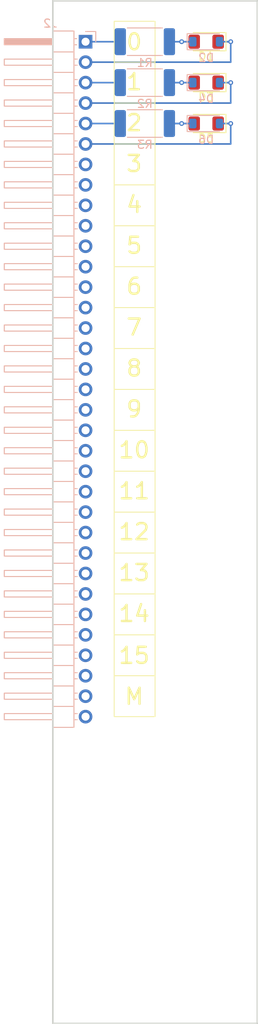
<source format=kicad_pcb>
(kicad_pcb (version 20240108) (generator "pcbnew") (generator_version "8.0")
  (layers (0 "F.Cu" signal) (31 "B.Cu" signal) (34 "B.Paste" user) (35 "F.Paste" user) (36 "B.SilkS" user "B.Silkscreen") (37 "F.SilkS" user "F.Silkscreen") (38 "B.Mask" user) (39 "F.Mask" user) (44 "Edge.Cuts" user))
  (net 0 "")
  (net 1 "Net-(D1-K)")
  (net 2 "Net-(D1-A)")
  (net 4 "Net-(D3-A)")
  (net 11 "Net-(D3-K)")
  (net 21 "Net-(D5-A)")
  (net 29 "Net-(D5-K)")
  (net 34 "Net-(J2-Pin_1)")
  (net 36 "Net-(J2-Pin_5)")
  (net 37 "Net-(J2-Pin_3)")
  (footprint "LED_SMD:LED_1206_3216Metric_Pad1.42x1.75mm_HandSolder" (layer "F.Cu") (at 95.25 55.88 180)
    (property "Reference" "D1" (at 0 -1.82 180) (layer "F.SilkS"))
    (property "Value" "KP-3216MGC")
    (fp_line (start 1.6 -1.135) (end -2.46 -1.135) (stroke (width 0.12)) (layer "F.SilkS"))
    (fp_line (start -2.46 1.135) (end 1.6 1.135) (stroke (width 0.12)) (layer "F.SilkS"))
    (fp_line (start -2.46 -1.135) (end -2.46 1.135) (stroke (width 0.12)) (layer "F.SilkS"))
    (pad "1" smd roundrect (at -1.4875 0 180) (size 1.425 1.75) (layers "F.Cu" "F.Paste" "F.Mask") (roundrect_rratio 0.175439) (net 1 "Net-(D1-K)"))
    (pad "2" smd roundrect (at 1.4875 0 180) (size 1.425 1.75) (layers "F.Cu" "F.Paste" "F.Mask") (roundrect_rratio 0.175439) (net 2 "Net-(D1-A)"))
  )
  (footprint "LED_SMD:LED_1206_3216Metric_Pad1.42x1.75mm_HandSolder" (layer "F.Cu") (at 95.25 60.96 180)
    (property "Reference" "D3" (at 0 -1.82 180) (layer "F.SilkS"))
    (property "Value" "KP-3216MGC")
    (fp_line (start 1.6 -1.135) (end -2.46 -1.135) (stroke (width 0.12)) (layer "F.SilkS"))
    (fp_line (start -2.46 1.135) (end 1.6 1.135) (stroke (width 0.12)) (layer "F.SilkS"))
    (fp_line (start -2.46 -1.135) (end -2.46 1.135) (stroke (width 0.12)) (layer "F.SilkS"))
    (pad "1" smd roundrect (at -1.4875 0 180) (size 1.425 1.75) (layers "F.Cu" "F.Paste" "F.Mask") (roundrect_rratio 0.175439) (net 11 "Net-(D3-K)"))
    (pad "2" smd roundrect (at 1.4875 0 180) (size 1.425 1.75) (layers "F.Cu" "F.Paste" "F.Mask") (roundrect_rratio 0.175439) (net 4 "Net-(D3-A)"))
  )
  (footprint "LED_SMD:LED_1206_3216Metric_Pad1.42x1.75mm_HandSolder" (layer "F.Cu") (at 95.25 66.04 180)
    (property "Reference" "D5" (at 0 -1.82 180) (layer "F.SilkS"))
    (property "Value" "KP-3216MGC")
    (fp_line (start 1.6 -1.135) (end -2.46 -1.135) (stroke (width 0.12)) (layer "F.SilkS"))
    (fp_line (start -2.46 1.135) (end 1.6 1.135) (stroke (width 0.12)) (layer "F.SilkS"))
    (fp_line (start -2.46 -1.135) (end -2.46 1.135) (stroke (width 0.12)) (layer "F.SilkS"))
    (pad "1" smd roundrect (at -1.4875 0 180) (size 1.425 1.75) (layers "F.Cu" "F.Paste" "F.Mask") (roundrect_rratio 0.175439) (net 29 "Net-(D5-K)"))
    (pad "2" smd roundrect (at 1.4875 0 180) (size 1.425 1.75) (layers "F.Cu" "F.Paste" "F.Mask") (roundrect_rratio 0.175439) (net 21 "Net-(D5-A)"))
  )
  (footprint "Diode_SMD:D_SOD-123" (layer "B.Cu") (at 95.25 55.88)
    (property "Reference" "D2" (at 0 2 360) (layer "B.SilkS") (effects (justify mirror)))
    (property "Value" "1N4148W")
    (fp_line (start -2.36 -1) (end -2.36 1) (stroke (width 0.12)) (layer "B.SilkS"))
    (fp_line (start 1.65 -1) (end -2.36 -1) (stroke (width 0.12)) (layer "B.SilkS"))
    (fp_line (start 1.65 1) (end -2.36 1) (stroke (width 0.12)) (layer "B.SilkS"))
    (pad "1" smd roundrect (at -1.65 0) (size 0.9 1.2) (layers "B.Cu" "B.Paste" "B.Mask") (net 2 "Net-(D1-A)"))
    (pad "2" smd roundrect (at 1.65 0) (size 0.9 1.2) (layers "B.Cu" "B.Paste" "B.Mask") (net 1 "Net-(D1-K)"))
  )
  (footprint "Connector_PinHeader_2.54mm:PinHeader_1x34_P2.54mm_Horizontal" (layer "B.Cu") (at 80.264 55.88 180)
    (property "Reference" "J2" (at 4.385 2.27 180) (layer "B.SilkS") (effects (justify mirror)))
    (property "Value" "Conn_01x34_Pin")
    (fp_line (start 10.1 0.38) (end 4.1 0.38) (stroke (width 0.12)) (layer "B.SilkS"))
    (fp_line (start 10.1 0.32) (end 4.1 0.32) (stroke (width 0.12)) (layer "B.SilkS"))
    (fp_line (start 10.1 0.2) (end 4.1 0.2) (stroke (width 0.12)) (layer "B.SilkS"))
    (fp_line (start 10.1 0.08) (end 4.1 0.08) (stroke (width 0.12)) (layer "B.SilkS"))
    (fp_line (start 10.1 -0.04) (end 4.1 -0.04) (stroke (width 0.12)) (layer "B.SilkS"))
    (fp_line (start 10.1 -0.16) (end 4.1 -0.16) (stroke (width 0.12)) (layer "B.SilkS"))
    (fp_line (start 10.1 -0.28) (end 4.1 -0.28) (stroke (width 0.12)) (layer "B.SilkS"))
    (fp_line (start 10.1 -0.38) (end 10.1 0.38) (stroke (width 0.12)) (layer "B.SilkS"))
    (fp_line (start 10.1 -2.16) (end 4.1 -2.16) (stroke (width 0.12)) (layer "B.SilkS"))
    (fp_line (start 10.1 -2.92) (end 10.1 -2.16) (stroke (width 0.12)) (layer "B.SilkS"))
    (fp_line (start 10.1 -4.7) (end 4.1 -4.7) (stroke (width 0.12)) (layer "B.SilkS"))
    (fp_line (start 10.1 -5.46) (end 10.1 -4.7) (stroke (width 0.12)) (layer "B.SilkS"))
    (fp_line (start 10.1 -7.24) (end 4.1 -7.24) (stroke (width 0.12)) (layer "B.SilkS"))
    (fp_line (start 10.1 -8) (end 10.1 -7.24) (stroke (width 0.12)) (layer "B.SilkS"))
    (fp_line (start 10.1 -9.78) (end 4.1 -9.78) (stroke (width 0.12)) (layer "B.SilkS"))
    (fp_line (start 10.1 -10.54) (end 10.1 -9.78) (stroke (width 0.12)) (layer "B.SilkS"))
    (fp_line (start 10.1 -12.32) (end 4.1 -12.32) (stroke (width 0.12)) (layer "B.SilkS"))
    (fp_line (start 10.1 -13.08) (end 10.1 -12.32) (stroke (width 0.12)) (layer "B.SilkS"))
    (fp_line (start 10.1 -14.86) (end 4.1 -14.86) (stroke (width 0.12)) (layer "B.SilkS"))
    (fp_line (start 10.1 -15.62) (end 10.1 -14.86) (stroke (width 0.12)) (layer "B.SilkS"))
    (fp_line (start 10.1 -17.4) (end 4.1 -17.4) (stroke (width 0.12)) (layer "B.SilkS"))
    (fp_line (start 10.1 -18.16) (end 10.1 -17.4) (stroke (width 0.12)) (layer "B.SilkS"))
    (fp_line (start 10.1 -19.94) (end 4.1 -19.94) (stroke (width 0.12)) (layer "B.SilkS"))
    (fp_line (start 10.1 -20.7) (end 10.1 -19.94) (stroke (width 0.12)) (layer "B.SilkS"))
    (fp_line (start 10.1 -22.48) (end 4.1 -22.48) (stroke (width 0.12)) (layer "B.SilkS"))
    (fp_line (start 10.1 -23.24) (end 10.1 -22.48) (stroke (width 0.12)) (layer "B.SilkS"))
    (fp_line (start 10.1 -25.02) (end 4.1 -25.02) (stroke (width 0.12)) (layer "B.SilkS"))
    (fp_line (start 10.1 -25.78) (end 10.1 -25.02) (stroke (width 0.12)) (layer "B.SilkS"))
    (fp_line (start 10.1 -27.56) (end 4.1 -27.56) (stroke (width 0.12)) (layer "B.SilkS"))
    (fp_line (start 10.1 -28.32) (end 10.1 -27.56) (stroke (width 0.12)) (layer "B.SilkS"))
    (fp_line (start 10.1 -30.1) (end 4.1 -30.1) (stroke (width 0.12)) (layer "B.SilkS"))
    (fp_line (start 10.1 -30.86) (end 10.1 -30.1) (stroke (width 0.12)) (layer "B.SilkS"))
    (fp_line (start 10.1 -32.64) (end 4.1 -32.64) (stroke (width 0.12)) (layer "B.SilkS"))
    (fp_line (start 10.1 -33.4) (end 10.1 -32.64) (stroke (width 0.12)) (layer "B.SilkS"))
    (fp_line (start 10.1 -35.18) (end 4.1 -35.18) (stroke (width 0.12)) (layer "B.SilkS"))
    (fp_line (start 10.1 -35.94) (end 10.1 -35.18) (stroke (width 0.12)) (layer "B.SilkS"))
    (fp_line (start 10.1 -37.72) (end 4.1 -37.72) (stroke (width 0.12)) (layer "B.SilkS"))
    (fp_line (start 10.1 -38.48) (end 10.1 -37.72) (stroke (width 0.12)) (layer "B.SilkS"))
    (fp_line (start 10.1 -40.26) (end 4.1 -40.26) (stroke (width 0.12)) (layer "B.SilkS"))
    (fp_line (start 10.1 -41.02) (end 10.1 -40.26) (stroke (width 0.12)) (layer "B.SilkS"))
    (fp_line (start 10.1 -42.8) (end 4.1 -42.8) (stroke (width 0.12)) (layer "B.SilkS"))
    (fp_line (start 10.1 -43.56) (end 10.1 -42.8) (stroke (width 0.12)) (layer "B.SilkS"))
    (fp_line (start 10.1 -45.34) (end 4.1 -45.34) (stroke (width 0.12)) (layer "B.SilkS"))
    (fp_line (start 10.1 -46.1) (end 10.1 -45.34) (stroke (width 0.12)) (layer "B.SilkS"))
    (fp_line (start 10.1 -47.88) (end 4.1 -47.88) (stroke (width 0.12)) (layer "B.SilkS"))
    (fp_line (start 10.1 -48.64) (end 10.1 -47.88) (stroke (width 0.12)) (layer "B.SilkS"))
    (fp_line (start 10.1 -50.42) (end 4.1 -50.42) (stroke (width 0.12)) (layer "B.SilkS"))
    (fp_line (start 10.1 -51.18) (end 10.1 -50.42) (stroke (width 0.12)) (layer "B.SilkS"))
    (fp_line (start 10.1 -52.96) (end 4.1 -52.96) (stroke (width 0.12)) (layer "B.SilkS"))
    (fp_line (start 10.1 -53.72) (end 10.1 -52.96) (stroke (width 0.12)) (layer "B.SilkS"))
    (fp_line (start 10.1 -55.5) (end 4.1 -55.5) (stroke (width 0.12)) (layer "B.SilkS"))
    (fp_line (start 10.1 -56.26) (end 10.1 -55.5) (stroke (width 0.12)) (layer "B.SilkS"))
    (fp_line (start 10.1 -58.04) (end 4.1 -58.04) (stroke (width 0.12)) (layer "B.SilkS"))
    (fp_line (start 10.1 -58.8) (end 10.1 -58.04) (stroke (width 0.12)) (layer "B.SilkS"))
    (fp_line (start 10.1 -60.58) (end 4.1 -60.58) (stroke (width 0.12)) (layer "B.SilkS"))
    (fp_line (start 10.1 -61.34) (end 10.1 -60.58) (stroke (width 0.12)) (layer "B.SilkS"))
    (fp_line (start 10.1 -63.12) (end 4.1 -63.12) (stroke (width 0.12)) (layer "B.SilkS"))
    (fp_line (start 10.1 -63.88) (end 10.1 -63.12) (stroke (width 0.12)) (layer "B.SilkS"))
    (fp_line (start 10.1 -65.66) (end 4.1 -65.66) (stroke (width 0.12)) (layer "B.SilkS"))
    (fp_line (start 10.1 -66.42) (end 10.1 -65.66) (stroke (width 0.12)) (layer "B.SilkS"))
    (fp_line (start 10.1 -68.2) (end 4.1 -68.2) (stroke (width 0.12)) (layer "B.SilkS"))
    (fp_line (start 10.1 -68.96) (end 10.1 -68.2) (stroke (width 0.12)) (layer "B.SilkS"))
    (fp_line (start 10.1 -70.74) (end 4.1 -70.74) (stroke (width 0.12)) (layer "B.SilkS"))
    (fp_line (start 10.1 -71.5) (end 10.1 -70.74) (stroke (width 0.12)) (layer "B.SilkS"))
    (fp_line (start 10.1 -73.28) (end 4.1 -73.28) (stroke (width 0.12)) (layer "B.SilkS"))
    (fp_line (start 10.1 -74.04) (end 10.1 -73.28) (stroke (width 0.12)) (layer "B.SilkS"))
    (fp_line (start 10.1 -75.82) (end 4.1 -75.82) (stroke (width 0.12)) (layer "B.SilkS"))
    (fp_line (start 10.1 -76.58) (end 10.1 -75.82) (stroke (width 0.12)) (layer "B.SilkS"))
    (fp_line (start 10.1 -78.36) (end 4.1 -78.36) (stroke (width 0.12)) (layer "B.SilkS"))
    (fp_line (start 10.1 -79.12) (end 10.1 -78.36) (stroke (width 0.12)) (layer "B.SilkS"))
    (fp_line (start 10.1 -80.9) (end 4.1 -80.9) (stroke (width 0.12)) (layer "B.SilkS"))
    (fp_line (start 10.1 -81.66) (end 10.1 -80.9) (stroke (width 0.12)) (layer "B.SilkS"))
    (fp_line (start 10.1 -83.44) (end 4.1 -83.44) (stroke (width 0.12)) (layer "B.SilkS"))
    (fp_line (start 10.1 -84.2) (end 10.1 -83.44) (stroke (width 0.12)) (layer "B.SilkS"))
    (fp_line (start 4.1 1.33) (end 4.1 -85.15) (stroke (width 0.12)) (layer "B.SilkS"))
    (fp_line (start 4.1 -0.38) (end 10.1 -0.38) (stroke (width 0.12)) (layer "B.SilkS"))
    (fp_line (start 4.1 -1.27) (end 1.44 -1.27) (stroke (width 0.12)) (layer "B.SilkS"))
    (fp_line (start 4.1 -2.92) (end 10.1 -2.92) (stroke (width 0.12)) (layer "B.SilkS"))
    (fp_line (start 4.1 -3.81) (end 1.44 -3.81) (stroke (width 0.12)) (layer "B.SilkS"))
    (fp_line (start 4.1 -5.46) (end 10.1 -5.46) (stroke (width 0.12)) (layer "B.SilkS"))
    (fp_line (start 4.1 -6.35) (end 1.44 -6.35) (stroke (width 0.12)) (layer "B.SilkS"))
    (fp_line (start 4.1 -8) (end 10.1 -8) (stroke (width 0.12)) (layer "B.SilkS"))
    (fp_line (start 4.1 -8.89) (end 1.44 -8.89) (stroke (width 0.12)) (layer "B.SilkS"))
    (fp_line (start 4.1 -10.54) (end 10.1 -10.54) (stroke (width 0.12)) (layer "B.SilkS"))
    (fp_line (start 4.1 -11.43) (end 1.44 -11.43) (stroke (width 0.12)) (layer "B.SilkS"))
    (fp_line (start 4.1 -13.08) (end 10.1 -13.08) (stroke (width 0.12)) (layer "B.SilkS"))
    (fp_line (start 4.1 -13.97) (end 1.44 -13.97) (stroke (width 0.12)) (layer "B.SilkS"))
    (fp_line (start 4.1 -15.62) (end 10.1 -15.62) (stroke (width 0.12)) (layer "B.SilkS"))
    (fp_line (start 4.1 -16.51) (end 1.44 -16.51) (stroke (width 0.12)) (layer "B.SilkS"))
    (fp_line (start 4.1 -18.16) (end 10.1 -18.16) (stroke (width 0.12)) (layer "B.SilkS"))
    (fp_line (start 4.1 -19.05) (end 1.44 -19.05) (stroke (width 0.12)) (layer "B.SilkS"))
    (fp_line (start 4.1 -20.7) (end 10.1 -20.7) (stroke (width 0.12)) (layer "B.SilkS"))
    (fp_line (start 4.1 -21.59) (end 1.44 -21.59) (stroke (width 0.12)) (layer "B.SilkS"))
    (fp_line (start 4.1 -23.24) (end 10.1 -23.24) (stroke (width 0.12)) (layer "B.SilkS"))
    (fp_line (start 4.1 -24.13) (end 1.44 -24.13) (stroke (width 0.12)) (layer "B.SilkS"))
    (fp_line (start 4.1 -25.78) (end 10.1 -25.78) (stroke (width 0.12)) (layer "B.SilkS"))
    (fp_line (start 4.1 -26.67) (end 1.44 -26.67) (stroke (width 0.12)) (layer "B.SilkS"))
    (fp_line (start 4.1 -28.32) (end 10.1 -28.32) (stroke (width 0.12)) (layer "B.SilkS"))
    (fp_line (start 4.1 -29.21) (end 1.44 -29.21) (stroke (width 0.12)) (layer "B.SilkS"))
    (fp_line (start 4.1 -30.86) (end 10.1 -30.86) (stroke (width 0.12)) (layer "B.SilkS"))
    (fp_line (start 4.1 -31.75) (end 1.44 -31.75) (stroke (width 0.12)) (layer "B.SilkS"))
    (fp_line (start 4.1 -33.4) (end 10.1 -33.4) (stroke (width 0.12)) (layer "B.SilkS"))
    (fp_line (start 4.1 -34.29) (end 1.44 -34.29) (stroke (width 0.12)) (layer "B.SilkS"))
    (fp_line (start 4.1 -35.94) (end 10.1 -35.94) (stroke (width 0.12)) (layer "B.SilkS"))
    (fp_line (start 4.1 -36.83) (end 1.44 -36.83) (stroke (width 0.12)) (layer "B.SilkS"))
    (fp_line (start 4.1 -38.48) (end 10.1 -38.48) (stroke (width 0.12)) (layer "B.SilkS"))
    (fp_line (start 4.1 -39.37) (end 1.44 -39.37) (stroke (width 0.12)) (layer "B.SilkS"))
    (fp_line (start 4.1 -41.02) (end 10.1 -41.02) (stroke (width 0.12)) (layer "B.SilkS"))
    (fp_line (start 4.1 -41.91) (end 1.44 -41.91) (stroke (width 0.12)) (layer "B.SilkS"))
    (fp_line (start 4.1 -43.56) (end 10.1 -43.56) (stroke (width 0.12)) (layer "B.SilkS"))
    (fp_line (start 4.1 -44.45) (end 1.44 -44.45) (stroke (width 0.12)) (layer "B.SilkS"))
    (fp_line (start 4.1 -46.1) (end 10.1 -46.1) (stroke (width 0.12)) (layer "B.SilkS"))
    (fp_line (start 4.1 -46.99) (end 1.44 -46.99) (stroke (width 0.12)) (layer "B.SilkS"))
    (fp_line (start 4.1 -48.64) (end 10.1 -48.64) (stroke (width 0.12)) (layer "B.SilkS"))
    (fp_line (start 4.1 -49.53) (end 1.44 -49.53) (stroke (width 0.12)) (layer "B.SilkS"))
    (fp_line (start 4.1 -51.18) (end 10.1 -51.18) (stroke (width 0.12)) (layer "B.SilkS"))
    (fp_line (start 4.1 -52.07) (end 1.44 -52.07) (stroke (width 0.12)) (layer "B.SilkS"))
    (fp_line (start 4.1 -53.72) (end 10.1 -53.72) (stroke (width 0.12)) (layer "B.SilkS"))
    (fp_line (start 4.1 -54.61) (end 1.44 -54.61) (stroke (width 0.12)) (layer "B.SilkS"))
    (fp_line (start 4.1 -56.26) (end 10.1 -56.26) (stroke (width 0.12)) (layer "B.SilkS"))
    (fp_line (start 4.1 -57.15) (end 1.44 -57.15) (stroke (width 0.12)) (layer "B.SilkS"))
    (fp_line (start 4.1 -58.8) (end 10.1 -58.8) (stroke (width 0.12)) (layer "B.SilkS"))
    (fp_line (start 4.1 -59.69) (end 1.44 -59.69) (stroke (width 0.12)) (layer "B.SilkS"))
    (fp_line (start 4.1 -61.34) (end 10.1 -61.34) (stroke (width 0.12)) (layer "B.SilkS"))
    (fp_line (start 4.1 -62.23) (end 1.44 -62.23) (stroke (width 0.12)) (layer "B.SilkS"))
    (fp_line (start 4.1 -63.88) (end 10.1 -63.88) (stroke (width 0.12)) (layer "B.SilkS"))
    (fp_line (start 4.1 -64.77) (end 1.44 -64.77) (stroke (width 0.12)) (layer "B.SilkS"))
    (fp_line (start 4.1 -66.42) (end 10.1 -66.42) (stroke (width 0.12)) (layer "B.SilkS"))
    (fp_line (start 4.1 -67.31) (end 1.44 -67.31) (stroke (width 0.12)) (layer "B.SilkS"))
    (fp_line (start 4.1 -68.96) (end 10.1 -68.96) (stroke (width 0.12)) (layer "B.SilkS"))
    (fp_line (start 4.1 -69.85) (end 1.44 -69.85) (stroke (width 0.12)) (layer "B.SilkS"))
    (fp_line (start 4.1 -71.5) (end 10.1 -71.5) (stroke (width 0.12)) (layer "B.SilkS"))
    (fp_line (start 4.1 -72.39) (end 1.44 -72.39) (stroke (width 0.12)) (layer "B.SilkS"))
    (fp_line (start 4.1 -74.04) (end 10.1 -74.04) (stroke (width 0.12)) (layer "B.SilkS"))
    (fp_line (start 4.1 -74.93) (end 1.44 -74.93) (stroke (width 0.12)) (layer "B.SilkS"))
    (fp_line (start 4.1 -76.58) (end 10.1 -76.58) (stroke (width 0.12)) (layer "B.SilkS"))
    (fp_line (start 4.1 -77.47) (end 1.44 -77.47) (stroke (width 0.12)) (layer "B.SilkS"))
    (fp_line (start 4.1 -79.12) (end 10.1 -79.12) (stroke (width 0.12)) (layer "B.SilkS"))
    (fp_line (start 4.1 -80.01) (end 1.44 -80.01) (stroke (width 0.12)) (layer "B.SilkS"))
    (fp_line (start 4.1 -81.66) (end 10.1 -81.66) (stroke (width 0.12)) (layer "B.SilkS"))
    (fp_line (start 4.1 -82.55) (end 1.44 -82.55) (stroke (width 0.12)) (layer "B.SilkS"))
    (fp_line (start 4.1 -84.2) (end 10.1 -84.2) (stroke (width 0.12)) (layer "B.SilkS"))
    (fp_line (start 4.1 -85.15) (end 1.44 -85.15) (stroke (width 0.12)) (layer "B.SilkS"))
    (fp_line (start 1.44 1.33) (end 4.1 1.33) (stroke (width 0.12)) (layer "B.SilkS"))
    (fp_line (start 1.44 0.38) (end 1.11 0.38) (stroke (width 0.12)) (layer "B.SilkS"))
    (fp_line (start 1.44 -0.38) (end 1.11 -0.38) (stroke (width 0.12)) (layer "B.SilkS"))
    (fp_line (start 1.44 -2.16) (end 1.042929 -2.16) (stroke (width 0.12)) (layer "B.SilkS"))
    (fp_line (start 1.44 -2.92) (end 1.042929 -2.92) (stroke (width 0.12)) (layer "B.SilkS"))
    (fp_line (start 1.44 -4.7) (end 1.042929 -4.7) (stroke (width 0.12)) (layer "B.SilkS"))
    (fp_line (start 1.44 -5.46) (end 1.042929 -5.46) (stroke (width 0.12)) (layer "B.SilkS"))
    (fp_line (start 1.44 -7.24) (end 1.042929 -7.24) (stroke (width 0.12)) (layer "B.SilkS"))
    (fp_line (start 1.44 -8) (end 1.042929 -8) (stroke (width 0.12)) (layer "B.SilkS"))
    (fp_line (start 1.44 -9.78) (end 1.042929 -9.78) (stroke (width 0.12)) (layer "B.SilkS"))
    (fp_line (start 1.44 -10.54) (end 1.042929 -10.54) (stroke (width 0.12)) (layer "B.SilkS"))
    (fp_line (start 1.44 -12.32) (end 1.042929 -12.32) (stroke (width 0.12)) (layer "B.SilkS"))
    (fp_line (start 1.44 -13.08) (end 1.042929 -13.08) (stroke (width 0.12)) (layer "B.SilkS"))
    (fp_line (start 1.44 -14.86) (end 1.042929 -14.86) (stroke (width 0.12)) (layer "B.SilkS"))
    (fp_line (start 1.44 -15.62) (end 1.042929 -15.62) (stroke (width 0.12)) (layer "B.SilkS"))
    (fp_line (start 1.44 -17.4) (end 1.042929 -17.4) (stroke (width 0.12)) (layer "B.SilkS"))
    (fp_line (start 1.44 -18.16) (end 1.042929 -18.16) (stroke (width 0.12)) (layer "B.SilkS"))
    (fp_line (start 1.44 -19.94) (end 1.042929 -19.94) (stroke (width 0.12)) (layer "B.SilkS"))
    (fp_line (start 1.44 -20.7) (end 1.042929 -20.7) (stroke (width 0.12)) (layer "B.SilkS"))
    (fp_line (start 1.44 -22.48) (end 1.042929 -22.48) (stroke (width 0.12)) (layer "B.SilkS"))
    (fp_line (start 1.44 -23.24) (end 1.042929 -23.24) (stroke (width 0.12)) (layer "B.SilkS"))
    (fp_line (start 1.44 -25.02) (end 1.042929 -25.02) (stroke (width 0.12)) (layer "B.SilkS"))
    (fp_line (start 1.44 -25.78) (end 1.042929 -25.78) (stroke (width 0.12)) (layer "B.SilkS"))
    (fp_line (start 1.44 -27.56) (end 1.042929 -27.56) (stroke (width 0.12)) (layer "B.SilkS"))
    (fp_line (start 1.44 -28.32) (end 1.042929 -28.32) (stroke (width 0.12)) (layer "B.SilkS"))
    (fp_line (start 1.44 -30.1) (end 1.042929 -30.1) (stroke (width 0.12)) (layer "B.SilkS"))
    (fp_line (start 1.44 -30.86) (end 1.042929 -30.86) (stroke (width 0.12)) (layer "B.SilkS"))
    (fp_line (start 1.44 -32.64) (end 1.042929 -32.64) (stroke (width 0.12)) (layer "B.SilkS"))
    (fp_line (start 1.44 -33.4) (end 1.042929 -33.4) (stroke (width 0.12)) (layer "B.SilkS"))
    (fp_line (start 1.44 -35.18) (end 1.042929 -35.18) (stroke (width 0.12)) (layer "B.SilkS"))
    (fp_line (start 1.44 -35.94) (end 1.042929 -35.94) (stroke (width 0.12)) (layer "B.SilkS"))
    (fp_line (start 1.44 -37.72) (end 1.042929 -37.72) (stroke (width 0.12)) (layer "B.SilkS"))
    (fp_line (start 1.44 -38.48) (end 1.042929 -38.48) (stroke (width 0.12)) (layer "B.SilkS"))
    (fp_line (start 1.44 -40.26) (end 1.042929 -40.26) (stroke (width 0.12)) (layer "B.SilkS"))
    (fp_line (start 1.44 -41.02) (end 1.042929 -41.02) (stroke (width 0.12)) (layer "B.SilkS"))
    (fp_line (start 1.44 -42.8) (end 1.042929 -42.8) (stroke (width 0.12)) (layer "B.SilkS"))
    (fp_line (start 1.44 -43.56) (end 1.042929 -43.56) (stroke (width 0.12)) (layer "B.SilkS"))
    (fp_line (start 1.44 -45.34) (end 1.042929 -45.34) (stroke (width 0.12)) (layer "B.SilkS"))
    (fp_line (start 1.44 -46.1) (end 1.042929 -46.1) (stroke (width 0.12)) (layer "B.SilkS"))
    (fp_line (start 1.44 -47.88) (end 1.042929 -47.88) (stroke (width 0.12)) (layer "B.SilkS"))
    (fp_line (start 1.44 -48.64) (end 1.042929 -48.64) (stroke (width 0.12)) (layer "B.SilkS"))
    (fp_line (start 1.44 -50.42) (end 1.042929 -50.42) (stroke (width 0.12)) (layer "B.SilkS"))
    (fp_line (start 1.44 -51.18) (end 1.042929 -51.18) (stroke (width 0.12)) (layer "B.SilkS"))
    (fp_line (start 1.44 -52.96) (end 1.042929 -52.96) (stroke (width 0.12)) (layer "B.SilkS"))
    (fp_line (start 1.44 -53.72) (end 1.042929 -53.72) (stroke (width 0.12)) (layer "B.SilkS"))
    (fp_line (start 1.44 -55.5) (end 1.042929 -55.5) (stroke (width 0.12)) (layer "B.SilkS"))
    (fp_line (start 1.44 -56.26) (end 1.042929 -56.26) (stroke (width 0.12)) (layer "B.SilkS"))
    (fp_line (start 1.44 -58.04) (end 1.042929 -58.04) (stroke (width 0.12)) (layer "B.SilkS"))
    (fp_line (start 1.44 -58.8) (end 1.042929 -58.8) (stroke (width 0.12)) (layer "B.SilkS"))
    (fp_line (start 1.44 -60.58) (end 1.042929 -60.58) (stroke (width 0.12)) (layer "B.SilkS"))
    (fp_line (start 1.44 -61.34) (end 1.042929 -61.34) (stroke (width 0.12)) (layer "B.SilkS"))
    (fp_line (start 1.44 -63.12) (end 1.042929 -63.12) (stroke (width 0.12)) (layer "B.SilkS"))
    (fp_line (start 1.44 -63.88) (end 1.042929 -63.88) (stroke (width 0.12)) (layer "B.SilkS"))
    (fp_line (start 1.44 -65.66) (end 1.042929 -65.66) (stroke (width 0.12)) (layer "B.SilkS"))
    (fp_line (start 1.44 -66.42) (end 1.042929 -66.42) (stroke (width 0.12)) (layer "B.SilkS"))
    (fp_line (start 1.44 -68.2) (end 1.042929 -68.2) (stroke (width 0.12)) (layer "B.SilkS"))
    (fp_line (start 1.44 -68.96) (end 1.042929 -68.96) (stroke (width 0.12)) (layer "B.SilkS"))
    (fp_line (start 1.44 -70.74) (end 1.042929 -70.74) (stroke (width 0.12)) (layer "B.SilkS"))
    (fp_line (start 1.44 -71.5) (end 1.042929 -71.5) (stroke (width 0.12)) (layer "B.SilkS"))
    (fp_line (start 1.44 -73.28) (end 1.042929 -73.28) (stroke (width 0.12)) (layer "B.SilkS"))
    (fp_line (start 1.44 -74.04) (end 1.042929 -74.04) (stroke (width 0.12)) (layer "B.SilkS"))
    (fp_line (start 1.44 -75.82) (end 1.042929 -75.82) (stroke (width 0.12)) (layer "B.SilkS"))
    (fp_line (start 1.44 -76.58) (end 1.042929 -76.58) (stroke (width 0.12)) (layer "B.SilkS"))
    (fp_line (start 1.44 -78.36) (end 1.042929 -78.36) (stroke (width 0.12)) (layer "B.SilkS"))
    (fp_line (start 1.44 -79.12) (end 1.042929 -79.12) (stroke (width 0.12)) (layer "B.SilkS"))
    (fp_line (start 1.44 -80.9) (end 1.042929 -80.9) (stroke (width 0.12)) (layer "B.SilkS"))
    (fp_line (start 1.44 -81.66) (end 1.042929 -81.66) (stroke (width 0.12)) (layer "B.SilkS"))
    (fp_line (start 1.44 -83.44) (end 1.042929 -83.44) (stroke (width 0.12)) (layer "B.SilkS"))
    (fp_line (start 1.44 -84.2) (end 1.042929 -84.2) (stroke (width 0.12)) (layer "B.SilkS"))
    (fp_line (start 1.44 -85.15) (end 1.44 1.33) (stroke (width 0.12)) (layer "B.SilkS"))
    (fp_line (start 0 1.27) (end -1.27 1.27) (stroke (width 0.12)) (layer "B.SilkS"))
    (fp_line (start -1.27 1.27) (end -1.27 0) (stroke (width 0.12)) (layer "B.SilkS"))
    (pad "1" thru_hole rect (at 0 0 180) (size 1.7 1.7) (drill 1) (layers "*.Cu" "*.Mask") (net 34 "Net-(J2-Pin_1)"))
    (pad "2" thru_hole oval (at 0 -2.54 180) (size 1.7 1.7) (drill 1) (layers "*.Cu" "*.Mask") (net 1 "Net-(D1-K)"))
    (pad "3" thru_hole oval (at 0 -5.08 180) (size 1.7 1.7) (drill 1) (layers "*.Cu" "*.Mask") (net 37 "Net-(J2-Pin_3)"))
    (pad "4" thru_hole oval (at 0 -7.62 180) (size 1.7 1.7) (drill 1) (layers "*.Cu" "*.Mask") (net 11 "Net-(D3-K)"))
    (pad "5" thru_hole oval (at 0 -10.16 180) (size 1.7 1.7) (drill 1) (layers "*.Cu" "*.Mask") (net 36 "Net-(J2-Pin_5)"))
    (pad "6" thru_hole oval (at 0 -12.7 180) (size 1.7 1.7) (drill 1) (layers "*.Cu" "*.Mask") (net 29 "Net-(D5-K)"))
    (pad "7" thru_hole oval (at 0 -15.24 180) (size 1.7 1.7) (drill 1) (layers "*.Cu" "*.Mask"))
    (pad "8" thru_hole oval (at 0 -17.78 180) (size 1.7 1.7) (drill 1) (layers "*.Cu" "*.Mask"))
    (pad "9" thru_hole oval (at 0 -20.32 180) (size 1.7 1.7) (drill 1) (layers "*.Cu" "*.Mask"))
    (pad "10" thru_hole oval (at 0 -22.86 180) (size 1.7 1.7) (drill 1) (layers "*.Cu" "*.Mask"))
    (pad "11" thru_hole oval (at 0 -25.4 180) (size 1.7 1.7) (drill 1) (layers "*.Cu" "*.Mask"))
    (pad "12" thru_hole oval (at 0 -27.94 180) (size 1.7 1.7) (drill 1) (layers "*.Cu" "*.Mask"))
    (pad "13" thru_hole oval (at 0 -30.48 180) (size 1.7 1.7) (drill 1) (layers "*.Cu" "*.Mask"))
    (pad "14" thru_hole oval (at 0 -33.02 180) (size 1.7 1.7) (drill 1) (layers "*.Cu" "*.Mask"))
    (pad "15" thru_hole oval (at 0 -35.56 180) (size 1.7 1.7) (drill 1) (layers "*.Cu" "*.Mask"))
    (pad "16" thru_hole oval (at 0 -38.1 180) (size 1.7 1.7) (drill 1) (layers "*.Cu" "*.Mask"))
    (pad "17" thru_hole oval (at 0 -40.64 180) (size 1.7 1.7) (drill 1) (layers "*.Cu" "*.Mask"))
    (pad "18" thru_hole oval (at 0 -43.18 180) (size 1.7 1.7) (drill 1) (layers "*.Cu" "*.Mask"))
    (pad "19" thru_hole oval (at 0 -45.72 180) (size 1.7 1.7) (drill 1) (layers "*.Cu" "*.Mask"))
    (pad "20" thru_hole oval (at 0 -48.26 180) (size 1.7 1.7) (drill 1) (layers "*.Cu" "*.Mask"))
    (pad "21" thru_hole oval (at 0 -50.8 180) (size 1.7 1.7) (drill 1) (layers "*.Cu" "*.Mask"))
    (pad "22" thru_hole oval (at 0 -53.34 180) (size 1.7 1.7) (drill 1) (layers "*.Cu" "*.Mask"))
    (pad "23" thru_hole oval (at 0 -55.88 180) (size 1.7 1.7) (drill 1) (layers "*.Cu" "*.Mask"))
    (pad "24" thru_hole oval (at 0 -58.42 180) (size 1.7 1.7) (drill 1) (layers "*.Cu" "*.Mask"))
    (pad "25" thru_hole oval (at 0 -60.96 180) (size 1.7 1.7) (drill 1) (layers "*.Cu" "*.Mask"))
    (pad "26" thru_hole oval (at 0 -63.5 180) (size 1.7 1.7) (drill 1) (layers "*.Cu" "*.Mask"))
    (pad "27" thru_hole oval (at 0 -66.04 180) (size 1.7 1.7) (drill 1) (layers "*.Cu" "*.Mask"))
    (pad "28" thru_hole oval (at 0 -68.58 180) (size 1.7 1.7) (drill 1) (layers "*.Cu" "*.Mask"))
    (pad "29" thru_hole oval (at 0 -71.12 180) (size 1.7 1.7) (drill 1) (layers "*.Cu" "*.Mask"))
    (pad "30" thru_hole oval (at 0 -73.66 180) (size 1.7 1.7) (drill 1) (layers "*.Cu" "*.Mask"))
    (pad "31" thru_hole oval (at 0 -76.2 180) (size 1.7 1.7) (drill 1) (layers "*.Cu" "*.Mask"))
    (pad "32" thru_hole oval (at 0 -78.74 180) (size 1.7 1.7) (drill 1) (layers "*.Cu" "*.Mask"))
    (pad "33" thru_hole oval (at 0 -81.28 180) (size 1.7 1.7) (drill 1) (layers "*.Cu" "*.Mask"))
    (pad "34" thru_hole oval (at 0 -83.82 180) (size 1.7 1.7) (drill 1) (layers "*.Cu" "*.Mask"))
  )
  (footprint "Diode_SMD:D_SOD-123" (layer "B.Cu") (at 95.25 66.04)
    (property "Reference" "D6" (at 0 2 360) (layer "B.SilkS") (effects (justify mirror)))
    (property "Value" "1N4148W")
    (fp_line (start -2.36 -1) (end -2.36 1) (stroke (width 0.12)) (layer "B.SilkS"))
    (fp_line (start 1.65 -1) (end -2.36 -1) (stroke (width 0.12)) (layer "B.SilkS"))
    (fp_line (start 1.65 1) (end -2.36 1) (stroke (width 0.12)) (layer "B.SilkS"))
    (pad "1" smd roundrect (at -1.65 0) (size 0.9 1.2) (layers "B.Cu" "B.Paste" "B.Mask") (net 21 "Net-(D5-A)"))
    (pad "2" smd roundrect (at 1.65 0) (size 0.9 1.2) (layers "B.Cu" "B.Paste" "B.Mask") (net 29 "Net-(D5-K)"))
  )
  (footprint "Diode_SMD:D_SOD-123" (layer "B.Cu") (at 95.25 60.96)
    (property "Reference" "D4" (at 0 2 360) (layer "B.SilkS") (effects (justify mirror)))
    (property "Value" "1N4148W")
    (fp_line (start -2.36 -1) (end -2.36 1) (stroke (width 0.12)) (layer "B.SilkS"))
    (fp_line (start 1.65 -1) (end -2.36 -1) (stroke (width 0.12)) (layer "B.SilkS"))
    (fp_line (start 1.65 1) (end -2.36 1) (stroke (width 0.12)) (layer "B.SilkS"))
    (pad "1" smd roundrect (at -1.65 0) (size 0.9 1.2) (layers "B.Cu" "B.Paste" "B.Mask") (net 4 "Net-(D3-A)"))
    (pad "2" smd roundrect (at 1.65 0) (size 0.9 1.2) (layers "B.Cu" "B.Paste" "B.Mask") (net 11 "Net-(D3-K)"))
  )
  (footprint "Resistor_SMD:R_2512_6332Metric_Pad1.40x3.35mm_HandSolder" (layer "B.Cu") (at 87.63 55.88)
    (property "Reference" "R1" (at 0 2.62 360) (layer "B.SilkS") (effects (justify mirror)))
    (property "Value" "1.1k 1W")
    (fp_line (start 2.177064 -1.71) (end -2.177064 -1.71) (stroke (width 0.12)) (layer "B.SilkS"))
    (fp_line (start 2.177064 1.71) (end -2.177064 1.71) (stroke (width 0.12)) (layer "B.SilkS"))
    (pad "1" smd roundrect (at -3.05 0) (size 1.4 3.35) (layers "B.Cu" "B.Paste" "B.Mask") (roundrect_rratio 0.178571) (net 34 "Net-(J2-Pin_1)"))
    (pad "2" smd roundrect (at 3.05 0) (size 1.4 3.35) (layers "B.Cu" "B.Paste" "B.Mask") (roundrect_rratio 0.178571) (net 2 "Net-(D1-A)"))
  )
  (footprint "Resistor_SMD:R_2512_6332Metric_Pad1.40x3.35mm_HandSolder" (layer "B.Cu") (at 87.63 60.96)
    (property "Reference" "R2" (at 0 2.62 360) (layer "B.SilkS") (effects (justify mirror)))
    (property "Value" "1.1k 1W")
    (fp_line (start 2.177064 -1.71) (end -2.177064 -1.71) (stroke (width 0.12)) (layer "B.SilkS"))
    (fp_line (start 2.177064 1.71) (end -2.177064 1.71) (stroke (width 0.12)) (layer "B.SilkS"))
    (pad "1" smd roundrect (at -3.05 0) (size 1.4 3.35) (layers "B.Cu" "B.Paste" "B.Mask") (roundrect_rratio 0.178571) (net 37 "Net-(J2-Pin_3)"))
    (pad "2" smd roundrect (at 3.05 0) (size 1.4 3.35) (layers "B.Cu" "B.Paste" "B.Mask") (roundrect_rratio 0.178571) (net 4 "Net-(D3-A)"))
  )
  (footprint "Resistor_SMD:R_2512_6332Metric_Pad1.40x3.35mm_HandSolder" (layer "B.Cu") (at 87.63 66.04)
    (property "Reference" "R3" (at 0 2.62 360) (layer "B.SilkS") (effects (justify mirror)))
    (property "Value" "1.1k 1W")
    (fp_line (start 2.177064 -1.71) (end -2.177064 -1.71) (stroke (width 0.12)) (layer "B.SilkS"))
    (fp_line (start 2.177064 1.71) (end -2.177064 1.71) (stroke (width 0.12)) (layer "B.SilkS"))
    (pad "1" smd roundrect (at -3.05 0) (size 1.4 3.35) (layers "B.Cu" "B.Paste" "B.Mask") (roundrect_rratio 0.178571) (net 36 "Net-(J2-Pin_5)"))
    (pad "2" smd roundrect (at 3.05 0) (size 1.4 3.35) (layers "B.Cu" "B.Paste" "B.Mask") (roundrect_rratio 0.178571) (net 21 "Net-(D5-A)"))
  )
  (gr_rect (start 83.82 93.98) (end 88.9 99.06) (stroke (width 0.1)) (fill none) (layer "F.SilkS"))
  (gr_rect (start 83.82 53.34) (end 88.9 58.42) (stroke (width 0.1)) (fill none) (layer "F.SilkS"))
  (gr_rect (start 83.82 134.62) (end 88.9 139.7) (stroke (width 0.1)) (fill none) (layer "F.SilkS"))
  (gr_rect (start 83.82 63.5) (end 88.9 68.58) (stroke (width 0.1)) (fill none) (layer "F.SilkS"))
  (gr_rect (start 83.82 104.14) (end 88.9 109.22) (stroke (width 0.1)) (fill none) (layer "F.SilkS"))
  (gr_rect (start 83.82 129.54) (end 88.9 134.62) (stroke (width 0.1)) (fill none) (layer "F.SilkS"))
  (gr_rect (start 83.82 119.38) (end 88.9 124.46) (stroke (width 0.1)) (fill none) (layer "F.SilkS"))
  (gr_rect (start 83.82 109.22) (end 88.9 114.3) (stroke (width 0.1)) (fill none) (layer "F.SilkS"))
  (gr_rect (start 83.82 78.74) (end 88.9 83.82) (stroke (width 0.1)) (fill none) (layer "F.SilkS"))
  (gr_rect (start 83.82 114.3) (end 88.9 119.38) (stroke (width 0.1)) (fill none) (layer "F.SilkS"))
  (gr_rect (start 83.82 58.42) (end 88.9 63.5) (stroke (width 0.1)) (fill none) (layer "F.SilkS"))
  (gr_rect (start 83.82 99.06) (end 88.9 104.14) (stroke (width 0.1)) (fill none) (layer "F.SilkS"))
  (gr_rect (start 83.82 88.9) (end 88.9 93.98) (stroke (width 0.1)) (fill none) (layer "F.SilkS"))
  (gr_rect (start 83.82 124.46) (end 88.9 129.54) (stroke (width 0.1)) (fill none) (layer "F.SilkS"))
  (gr_rect (start 83.82 83.82) (end 88.9 88.9) (stroke (width 0.1)) (fill none) (layer "F.SilkS"))
  (gr_rect (start 83.82 73.66) (end 88.9 78.74) (stroke (width 0.1)) (fill none) (layer "F.SilkS"))
  (gr_rect (start 83.82 68.58) (end 88.9 73.66) (stroke (width 0.1)) (fill none) (layer "F.SilkS"))
  (gr_rect (start 76.2 50.8) (end 101.6 177.8) (stroke (width 0.2)) (fill none) (layer "Edge.Cuts"))
  (gr_text "8" (at 85.157619 97.599 0) (layer "F.SilkS") (effects (font (size 2 2) (thickness 0.3)) (justify left bottom)))
  (gr_text "4" (at 85.157619 77.279 0) (layer "F.SilkS") (effects (font (size 2 2) (thickness 0.3)) (justify left bottom)))
  (gr_text "9" (at 85.157619 102.679 0) (layer "F.SilkS") (effects (font (size 2 2) (thickness 0.3)) (justify left bottom)))
  (gr_text "6" (at 85.157619 87.439 0) (layer "F.SilkS") (effects (font (size 2 2) (thickness 0.3)) (justify left bottom)))
  (gr_text "5" (at 85.157619 82.359 0) (layer "F.SilkS") (effects (font (size 2 2) (thickness 0.3)) (justify left bottom)))
  (gr_text "10" (at 84.205238 107.759 0) (layer "F.SilkS") (effects (font (size 2 2) (thickness 0.3)) (justify left bottom)))
  (gr_text "7" (at 85.157619 92.519 0) (layer "F.SilkS") (effects (font (size 2 2) (thickness 0.3)) (justify left bottom)))
  (gr_text "11" (at 84.205238 112.839 0) (layer "F.SilkS") (effects (font (size 2 2) (thickness 0.3)) (justify left bottom)))
  (gr_text "M" (at 84.967143 138.3635 0) (layer "F.SilkS") (effects (font (size 2 2) (thickness 0.3)) (justify left bottom)))
  (gr_text "14" (at 84.205238 128.079 0) (layer "F.SilkS") (effects (font (size 2 2) (thickness 0.3)) (justify left bottom)))
  (gr_text "1" (at 85.157619 62.039 0) (layer "F.SilkS") (effects (font (size 2 2) (thickness 0.3)) (justify left bottom)))
  (gr_text "13" (at 84.205238 122.999 0) (layer "F.SilkS") (effects (font (size 2 2) (thickness 0.3)) (justify left bottom)))
  (gr_text "2" (at 85.157619 67.119 0) (layer "F.SilkS") (effects (font (size 2 2) (thickness 0.3)) (justify left bottom)))
  (gr_text "3" (at 85.157619 72.199 0) (layer "F.SilkS") (effects (font (size 2 2) (thickness 0.3)) (justify left bottom)))
  (gr_text "0" (at 85.157619 57.0835 0) (layer "F.SilkS") (effects (font (size 2 2) (thickness 0.3)) (justify left bottom)))
  (gr_text "15" (at 84.205238 133.2835 0) (layer "F.SilkS") (effects (font (size 2 2) (thickness 0.3)) (justify left bottom)))
  (gr_text "12" (at 84.205238 117.919 0) (layer "F.SilkS") (effects (font (size 2 2) (thickness 0.3)) (justify left bottom)))
  (segment (start 98.298 55.88) (end 96.52 55.88) (width 0.2) (layer "F.Cu") (net 1))
  (via (at 98.298 55.88) (size 0.6) (drill 0.3) (layers "F.Cu" "B.Cu") (net 1))
  (segment (start 98.298 55.88) (end 98.298 58.42) (width 0.2) (layer "B.Cu") (net 1))
  (segment (start 96.9 55.88) (end 98.298 55.88) (width 0.2) (layer "B.Cu") (net 1))
  (segment (start 98.298 58.42) (end 80.264 58.42) (width 0.2) (layer "B.Cu") (net 1))
  (segment (start 92.202 55.88) (end 93.72 55.88) (width 0.2) (layer "F.Cu") (net 2))
  (via (at 92.202 55.88) (size 0.6) (drill 0.3) (layers "F.Cu" "B.Cu") (net 2))
  (segment (start 93.6 55.88) (end 90.68 55.88) (width 0.2) (layer "B.Cu") (net 2))
  (segment (start 93.7625 60.96) (end 92.202 60.96) (width 0.2) (layer "F.Cu") (net 4))
  (via (at 92.202 60.96) (size 0.6) (drill 0.3) (layers "F.Cu" "B.Cu") (net 4))
  (segment (start 90.68 60.96) (end 93.6 60.96) (width 0.2) (layer "B.Cu") (net 4))
  (segment (start 98.298 60.96) (end 96.7375 60.96) (width 0.2) (layer "F.Cu") (net 11))
  (via (at 98.298 60.96) (size 0.6) (drill 0.3) (layers "F.Cu" "B.Cu") (net 11))
  (segment (start 98.298 63.5) (end 80.264 63.5) (width 0.2) (layer "B.Cu") (net 11))
  (segment (start 98.298 60.96) (end 98.298 63.5) (width 0.2) (layer "B.Cu") (net 11))
  (segment (start 96.9 60.96) (end 98.298 60.96) (width 0.2) (layer "B.Cu") (net 11))
  (segment (start 93.7625 66.04) (end 92.202 66.04) (width 0.2) (layer "F.Cu") (net 21))
  (via (at 92.202 66.04) (size 0.6) (drill 0.3) (layers "F.Cu" "B.Cu") (net 21))
  (segment (start 92.202 66.04) (end 90.68 66.04) (width 0.2) (layer "B.Cu") (net 21))
  (segment (start 90.68 66.04) (end 93.6 66.04) (width 0.2) (layer "B.Cu") (net 21))
  (segment (start 96.7375 66.04) (end 98.298 66.04) (width 0.2) (layer "F.Cu") (net 29))
  (via (at 98.298 66.04) (size 0.6) (drill 0.3) (layers "F.Cu" "B.Cu") (net 29))
  (segment (start 98.298 66.04) (end 98.298 68.58) (width 0.2) (layer "B.Cu") (net 29))
  (segment (start 96.9 66.04) (end 98.298 66.04) (width 0.2) (layer "B.Cu") (net 29))
  (segment (start 98.298 68.58) (end 80.264 68.58) (width 0.2) (layer "B.Cu") (net 29))
  (segment (start 84.58 55.88) (end 80.264 55.88) (width 0.2) (layer "B.Cu") (net 34))
  (segment (start 84.58 66.04) (end 80.264 66.04) (width 0.2) (layer "B.Cu") (net 36))
  (segment (start 80.264 60.96) (end 84.58 60.96) (width 0.2) (layer "B.Cu") (net 37))
)
</source>
